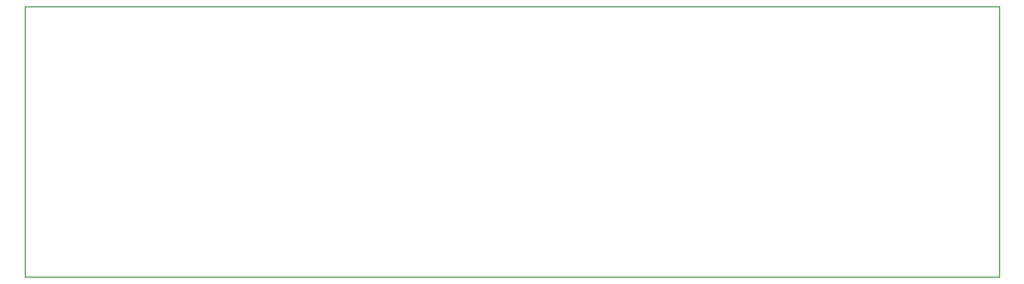
<source format=gm1>
G04 #@! TF.GenerationSoftware,KiCad,Pcbnew,(5.1.10)-1*
G04 #@! TF.CreationDate,2021-10-18T13:49:48+01:00*
G04 #@! TF.ProjectId,Battery,42617474-6572-4792-9e6b-696361645f70,1*
G04 #@! TF.SameCoordinates,Original*
G04 #@! TF.FileFunction,Profile,NP*
%FSLAX46Y46*%
G04 Gerber Fmt 4.6, Leading zero omitted, Abs format (unit mm)*
G04 Created by KiCad (PCBNEW (5.1.10)-1) date 2021-10-18 13:49:48*
%MOMM*%
%LPD*%
G01*
G04 APERTURE LIST*
G04 #@! TA.AperFunction,Profile*
%ADD10C,0.050000*%
G04 #@! TD*
G04 APERTURE END LIST*
D10*
X105000000Y-121500000D02*
X105000000Y-96500000D01*
X195000000Y-121500000D02*
X105000000Y-121500000D01*
X195000000Y-96500000D02*
X195000000Y-121500000D01*
X105000000Y-96500000D02*
X195000000Y-96500000D01*
M02*

</source>
